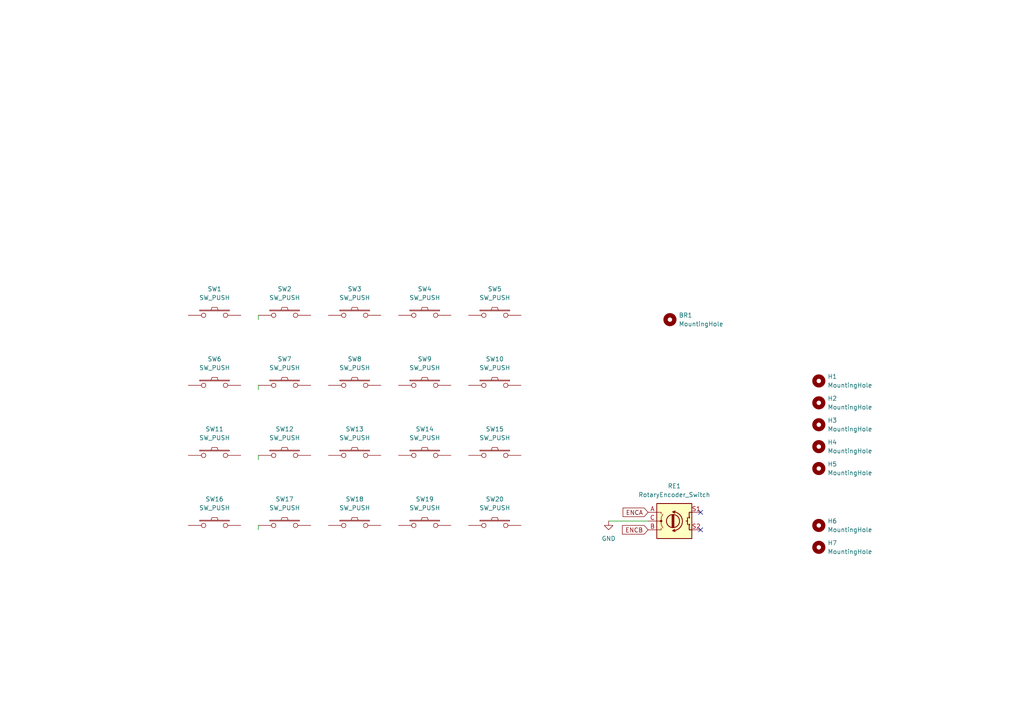
<source format=kicad_sch>
(kicad_sch (version 20211123) (generator eeschema)
  (paper "A4")
  (lib_symbols
    (symbol "Device:RotaryEncoder_Switch" (pin_names (offset 0.254) hide)
      (property "Reference" "SW" (at 0 6.604 0))
      (property "Value" "RotaryEncoder_Switch" (at 0 -6.604 0))
      (symbol "RotaryEncoder_Switch_0_1"
        (rectangle (start -5.08 5.08) (end 5.08 -5.08) (stroke (width 0.254)) (fill (type background)))
        (circle (center -3.81 0) (radius 0.254) (fill (type outline)))
        (arc (start -0.381 -2.794) (mid 2.3622 -0.0508) (end -0.381 2.667) (stroke (width 0.254)))
        (circle (center -0.381 0) (radius 1.905) (stroke (width 0.254)))
        (polyline (pts (xy -0.635 -1.778) (xy -0.635 1.778)) (stroke (width 0.254)))
        (polyline (pts (xy -0.381 -1.778) (xy -0.381 1.778)) (stroke (width 0.254)))
        (polyline (pts (xy -0.127 1.778) (xy -0.127 -1.778)) (stroke (width 0.254)))
        (polyline (pts (xy 3.81 0) (xy 3.429 0)) (stroke (width 0.254)))
        (polyline (pts (xy 3.81 1.016) (xy 3.81 -1.016)) (stroke (width 0.254)))
        (polyline (pts (xy -5.08 -2.54) (xy -3.81 -2.54) (xy -3.81 -2.032)))
        (polyline (pts (xy -5.08 2.54) (xy -3.81 2.54) (xy -3.81 2.032)))
        (polyline (pts (xy 0.254 -3.048) (xy -0.508 -2.794) (xy 0.127 -2.413)) (stroke (width 0.254)))
        (polyline (pts (xy 0.254 2.921) (xy -0.508 2.667) (xy 0.127 2.286)) (stroke (width 0.254)))
        (polyline (pts (xy 5.08 -2.54) (xy 4.318 -2.54) (xy 4.318 -1.016)) (stroke (width 0.254)))
        (polyline (pts (xy 5.08 2.54) (xy 4.318 2.54) (xy 4.318 1.016)) (stroke (width 0.254)))
        (polyline (pts (xy -5.08 0) (xy -3.81 0) (xy -3.81 -1.016) (xy -3.302 -2.032)))
        (polyline (pts (xy -4.318 0) (xy -3.81 0) (xy -3.81 1.016) (xy -3.302 2.032)))
        (circle (center 4.318 -1.016) (radius 0.127) (stroke (width 0.254)))
        (circle (center 4.318 1.016) (radius 0.127) (stroke (width 0.254)))
      )
      (symbol "RotaryEncoder_Switch_1_1"
        (pin passive line (at -7.62 2.54 0) (length 2.54) (name "A") (number "A"))
        (pin passive line (at -7.62 -2.54 0) (length 2.54) (name "B") (number "B"))
        (pin passive line (at -7.62 0 0) (length 2.54) (name "C") (number "C"))
        (pin passive line (at 7.62 2.54 180) (length 2.54) (name "S1") (number "S1"))
        (pin passive line (at 7.62 -2.54 180) (length 2.54) (name "S2") (number "S2"))
      )
    )
    (symbol "Mechanical:MountingHole" (pin_names (offset 1.016))
      (property "Reference" "H" (at 0 5.08 0))
      (property "Value" "MountingHole" (at 0 3.175 0))
      (symbol "MountingHole_0_1"
        (circle (center 0 0) (radius 1.27) (stroke (width 1.27)))
      )
    )
    (symbol "kbd:SW_PUSH" (pin_numbers hide) (pin_names (offset 1.016) hide)
      (property "Reference" "SW" (at 3.81 2.794 0))
      (property "Value" "SW_PUSH" (at 0 -2.032 0))
      (symbol "SW_PUSH_0_1"
        (rectangle (start -4.318 1.27) (end 4.318 1.524))
        (polyline (pts (xy -1.016 1.524) (xy -0.762 2.286) (xy 0.762 2.286) (xy 1.016 1.524)))
        (pin passive inverted (at -7.62 0 0) (length 5.08) (name "1") (number "1"))
        (pin passive inverted (at 7.62 0 180) (length 5.08) (name "2") (number "2"))
      )
    )
    (symbol "power:GND" (power) (pin_names (offset 0))
      (property "Value" "GND" (at 0 -3.81 0))
      (symbol "GND_0_1"
        (polyline (pts (xy 0 0) (xy 0 -1.27) (xy 1.27 -1.27) (xy 0 -2.54) (xy -1.27 -1.27) (xy 0 -1.27)))
      )
      (symbol "GND_1_1"
        (pin power_in line (at 0 0 270) (length 0) hide (name "GND") (number "1"))
      )
    )
  )
  (no_connect (at 203.2 153.67))
  (no_connect (at 203.2 148.59))
  (wire (pts (xy 74.93 91.44) (xy 74.93 92.71)))
  (wire (pts (xy 74.93 111.76) (xy 74.93 113.03)))
  (wire (pts (xy 74.93 152.4) (xy 74.93 153.67)))
  (wire (pts (xy 74.93 132.08) (xy 74.93 133.35)))
  (wire (pts (xy 187.96 151.13) (xy 176.53 151.13)))
  (global_label "ENCB" (shape input) (at 187.96 153.67 180) (property "Intersheet References" "${INTERSHEET_REFS}" (effects hide)))
  (global_label "ENCA" (shape input) (at 187.96 148.59 180) (property "Intersheet References" "${INTERSHEET_REFS}" (effects hide)))
  (symbol (lib_id "Device:RotaryEncoder_Switch") (at 195.58 151.13 0) (unit 1)
    (property "Reference" "RE1" (at 195.58 140.97 0))
    (property "Value" "RotaryEncoder_Switch" (at 195.58 143.51 0))
    (property "Footprint" "pica:EC11_Hole_Breakaway" (effects hide))
  )
  (symbol (lib_id "kbd:SW_PUSH") (at 82.55 111.76 0) (unit 1)
    (property "Reference" "SW7" (at 82.55 104.14 0))
    (property "Value" "SW_PUSH" (at 82.55 106.68 0))
    (property "Footprint" "kbd:SW_Hole" (effects hide))
  )
  (symbol (lib_id "kbd:SW_PUSH") (at 102.87 132.08 0) (unit 1)
    (property "Reference" "SW13" (at 102.87 124.46 0))
    (property "Value" "SW_PUSH" (at 102.87 127 0))
    (property "Footprint" "kbd:SW_Hole" (effects hide))
  )
  (symbol (lib_id "kbd:SW_PUSH") (at 62.23 111.76 0) (unit 1)
    (property "Reference" "SW6" (at 62.23 104.14 0))
    (property "Value" "SW_PUSH" (at 62.23 106.68 0))
    (property "Footprint" "kbd:SW_Hole" (effects hide))
  )
  (symbol (lib_id "Mechanical:MountingHole") (at 237.49 129.54 0) (unit 1)
    (property "Reference" "H4" (at 240.03 128.2699 0) (effects (justify left)))
    (property "Value" "MountingHole" (at 240.03 130.8099 0) (effects (justify left)))
    (property "Footprint" "kbd:M2_Hole_TH" (effects hide))
  )
  (symbol (lib_id "kbd:SW_PUSH") (at 82.55 91.44 0) (unit 1)
    (property "Reference" "SW2" (at 82.55 83.82 0))
    (property "Value" "SW_PUSH" (at 82.55 86.36 0))
    (property "Footprint" "kbd:SW_Hole" (effects hide))
  )
  (symbol (lib_id "kbd:SW_PUSH") (at 123.19 111.76 0) (unit 1)
    (property "Reference" "SW9" (at 123.19 104.14 0))
    (property "Value" "SW_PUSH" (at 123.19 106.68 0))
    (property "Footprint" "kbd:SW_Hole" (effects hide))
  )
  (symbol (lib_id "kbd:SW_PUSH") (at 123.19 91.44 0) (unit 1)
    (property "Reference" "SW4" (at 123.19 83.82 0))
    (property "Value" "SW_PUSH" (at 123.19 86.36 0))
    (property "Footprint" "kbd:SW_Hole" (effects hide))
  )
  (symbol (lib_id "kbd:SW_PUSH") (at 143.51 152.4 0) (unit 1)
    (property "Reference" "SW20" (at 143.51 144.78 0))
    (property "Value" "SW_PUSH" (at 143.51 147.32 0))
    (property "Footprint" "kbd:SW_Hole" (effects hide))
  )
  (symbol (lib_id "kbd:SW_PUSH") (at 82.55 132.08 0) (unit 1)
    (property "Reference" "SW12" (at 82.55 124.46 0))
    (property "Value" "SW_PUSH" (at 82.55 127 0))
    (property "Footprint" "kbd:SW_Hole" (effects hide))
  )
  (symbol (lib_id "kbd:SW_PUSH") (at 123.19 152.4 0) (unit 1)
    (property "Reference" "SW19" (at 123.19 144.78 0))
    (property "Value" "SW_PUSH" (at 123.19 147.32 0))
    (property "Footprint" "kbd:SW_Hole" (effects hide))
  )
  (symbol (lib_id "Mechanical:MountingHole") (at 237.49 116.84 0) (unit 1)
    (property "Reference" "H2" (at 240.03 115.5699 0) (effects (justify left)))
    (property "Value" "MountingHole" (at 240.03 118.1099 0) (effects (justify left)))
    (property "Footprint" "kbd:M2_Hole_TH" (effects hide))
  )
  (symbol (lib_id "kbd:SW_PUSH") (at 123.19 132.08 0) (unit 1)
    (property "Reference" "SW14" (at 123.19 124.46 0))
    (property "Value" "SW_PUSH" (at 123.19 127 0))
    (property "Footprint" "kbd:SW_Hole" (effects hide))
  )
  (symbol (lib_id "kbd:SW_PUSH") (at 102.87 111.76 0) (unit 1)
    (property "Reference" "SW8" (at 102.87 104.14 0))
    (property "Value" "SW_PUSH" (at 102.87 106.68 0))
    (property "Footprint" "kbd:SW_Hole" (effects hide))
  )
  (symbol (lib_id "kbd:SW_PUSH") (at 82.55 152.4 0) (unit 1)
    (property "Reference" "SW17" (at 82.55 144.78 0))
    (property "Value" "SW_PUSH" (at 82.55 147.32 0))
    (property "Footprint" "kbd:SW_Hole" (effects hide))
  )
  (symbol (lib_id "Mechanical:MountingHole") (at 237.49 110.49 0) (unit 1)
    (property "Reference" "H1" (at 240.03 109.2199 0) (effects (justify left)))
    (property "Value" "MountingHole" (at 240.03 111.7599 0) (effects (justify left)))
    (property "Footprint" "kbd:M2_Hole_TH" (effects hide))
  )
  (symbol (lib_id "Mechanical:MountingHole") (at 237.49 123.19 0) (unit 1)
    (property "Reference" "H3" (at 240.03 121.9199 0) (effects (justify left)))
    (property "Value" "MountingHole" (at 240.03 124.4599 0) (effects (justify left)))
    (property "Footprint" "kbd:M2_Hole_TH" (effects hide))
  )
  (symbol (lib_id "kbd:SW_PUSH") (at 62.23 152.4 0) (unit 1)
    (property "Reference" "SW16" (at 62.23 144.78 0))
    (property "Value" "SW_PUSH" (at 62.23 147.32 0))
    (property "Footprint" "kbd:SW_Hole" (effects hide))
  )
  (symbol (lib_id "kbd:SW_PUSH") (at 143.51 132.08 0) (unit 1)
    (property "Reference" "SW15" (at 143.51 124.46 0))
    (property "Value" "SW_PUSH" (at 143.51 127 0))
    (property "Footprint" "kbd:SW_Hole" (effects hide))
  )
  (symbol (lib_id "kbd:SW_PUSH") (at 102.87 91.44 0) (unit 1)
    (property "Reference" "SW3" (at 102.87 83.82 0))
    (property "Value" "SW_PUSH" (at 102.87 86.36 0))
    (property "Footprint" "kbd:SW_Hole" (effects hide))
  )
  (symbol (lib_id "kbd:SW_PUSH") (at 143.51 111.76 0) (unit 1)
    (property "Reference" "SW10" (at 143.51 104.14 0))
    (property "Value" "SW_PUSH" (at 143.51 106.68 0))
    (property "Footprint" "kbd:SW_Hole" (effects hide))
  )
  (symbol (lib_id "kbd:SW_PUSH") (at 102.87 152.4 0) (unit 1)
    (property "Reference" "SW18" (at 102.87 144.78 0))
    (property "Value" "SW_PUSH" (at 102.87 147.32 0))
    (property "Footprint" "kbd:SW_Hole" (effects hide))
  )
  (symbol (lib_id "kbd:SW_PUSH") (at 62.23 132.08 0) (unit 1)
    (property "Reference" "SW11" (at 62.23 124.46 0))
    (property "Value" "SW_PUSH" (at 62.23 127 0))
    (property "Footprint" "kbd:SW_Hole" (effects hide))
  )
  (symbol (lib_id "Mechanical:MountingHole") (at 237.49 135.89 0) (unit 1)
    (property "Reference" "H5" (at 240.03 134.6199 0) (effects (justify left)))
    (property "Value" "MountingHole" (at 240.03 137.1599 0) (effects (justify left)))
    (property "Footprint" "kbd:M2_Hole_TH" (effects hide))
  )
  (symbol (lib_id "Mechanical:MountingHole") (at 237.49 158.75 0) (unit 1)
    (property "Reference" "H7" (at 240.03 157.4799 0) (effects (justify left)))
    (property "Value" "MountingHole" (at 240.03 160.0199 0) (effects (justify left)))
    (property "Footprint" "kbd:M2_Hole_TH" (effects hide))
  )
  (symbol (lib_id "kbd:SW_PUSH") (at 62.23 91.44 0) (unit 1)
    (property "Reference" "SW1" (at 62.23 83.82 0))
    (property "Value" "SW_PUSH" (at 62.23 86.36 0))
    (property "Footprint" "kbd:SW_Hole" (effects hide))
  )
  (symbol (lib_id "power:GND") (at 176.53 151.13 0) (unit 1)
    (property "Reference" "#PWR013" (effects hide))
    (property "Value" "GND" (at 176.53 156.21 0))
  )
  (symbol (lib_id "Mechanical:MountingHole") (at 237.49 152.4 0) (unit 1)
    (property "Reference" "H6" (at 240.03 151.1299 0) (effects (justify left)))
    (property "Value" "MountingHole" (at 240.03 153.6699 0) (effects (justify left)))
    (property "Footprint" "kbd:M2_Hole_TH" (effects hide))
  )
  (symbol (lib_id "Mechanical:MountingHole") (at 194.31 92.71 0) (unit 1)
    (property "Reference" "BR1" (at 196.85 91.4399 0) (effects (justify left)))
    (property "Value" "MountingHole" (at 196.85 93.9799 0) (effects (justify left)))
    (property "Footprint" "kbd:Breakaway_Tabs" (effects hide))
  )
  (symbol (lib_id "kbd:SW_PUSH") (at 143.51 91.44 0) (unit 1)
    (property "Reference" "SW5" (at 143.51 83.82 0))
    (property "Value" "SW_PUSH" (at 143.51 86.36 0))
    (property "Footprint" "kbd:SW_Hole" (effects hide))
  )
)
</source>
